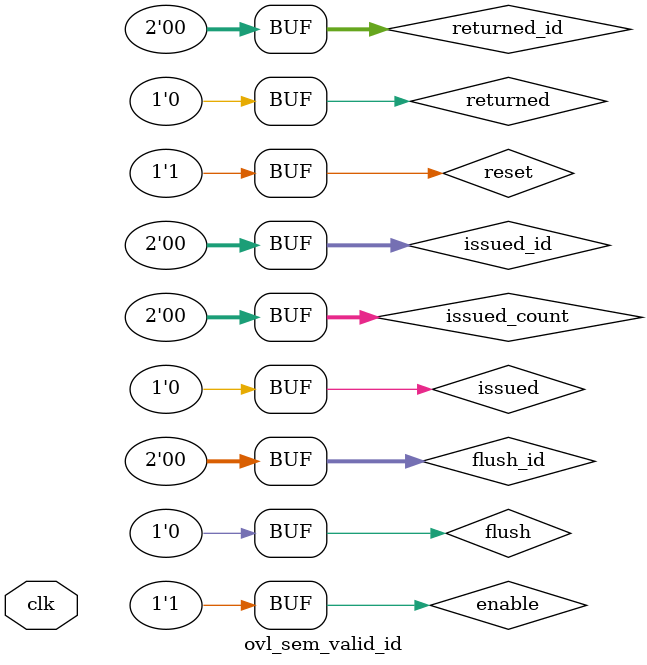
<source format=sv>
module ovl_sem_valid_id(input logic clk);
  logic reset = 1'b1;
  logic enable = 1'b1;
`ifdef FAIL
  logic issued = 1'bx;
`else
  logic issued = 1'b0;
`endif
  logic returned = 1'b0;
  logic flush = 1'b0;
  logic [1:0] issued_id = 2'b00;
  logic [1:0] returned_id = 2'b00;
  logic [1:0] flush_id = 2'b00;
  logic [1:0] issued_count = 2'b00;

  ovl_valid_id #(
      .min_cks(1),
      .max_cks(1),
      .width(2),
      .max_id_instances(2),
      .max_ids(2),
      .max_instances_per_id(2),
      .instance_count_width(2)) dut (
      .clock(clk),
      .reset(reset),
      .enable(enable),
      .issued(issued),
      .issued_id(issued_id),
      .returned(returned),
      .returned_id(returned_id),
      .flush(flush),
      .flush_id(flush_id),
      .issued_count(issued_count),
      .fire());
endmodule

</source>
